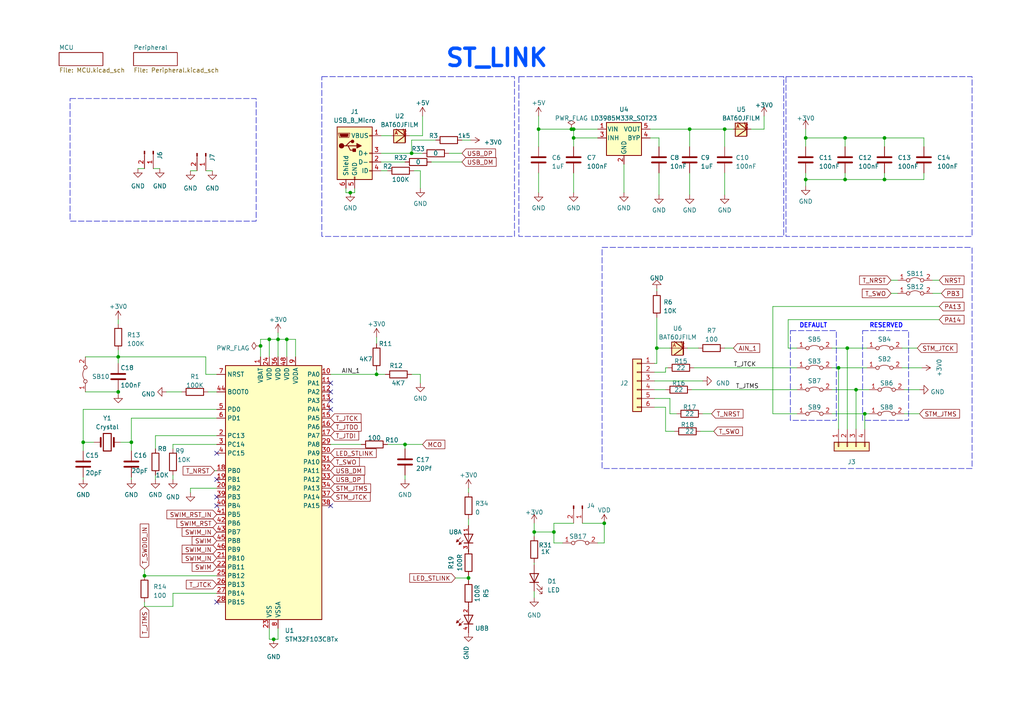
<source format=kicad_sch>
(kicad_sch (version 20230121) (generator eeschema)
  (paper "A4")
  (lib_symbols
    (symbol "150141RB73100:150141RB73100" (pin_names (offset 1.016))
      (property "Reference" "U" (at 3.556 -4.572 90))
      (property "Value" "150141RB73100" (at 5.715 -4.572 90))
      (symbol "150141RB73100_1_0"
        (pin passive line (at 0 2.54 270) (length 2.54) (name "~") (number "1"))
        (pin passive line (at 0 -5.08 90) (length 2.54) (name "~") (number "3"))
      )
      (symbol "150141RB73100_2_0"
        (pin passive line (at 0 2.54 270) (length 2.54) (name "~") (number "2"))
        (pin passive line (at 0 -5.08 90) (length 2.54) (name "~") (number "4"))
      )
    )
    (symbol "BAT60JFILM:BAT60JFILM" (pin_names (offset 1.016))
      (property "Reference" "U" (at -2.9464 2.6416 0))
      (property "Value" "BAT60JFILM" (at -4.4704 -4.4958 0))
      (symbol "BAT60JFILM_0_0"
        (pin passive line (at -2.54 0 0) (length 2.54) (name "~") (number "A"))
        (pin passive line (at 2.54 0 180) (length 2.54) (name "~") (number "C"))
      )
    )
    (symbol "Connector:Conn_01x02_Pin" (pin_names (offset 1.016) hide)
      (property "Reference" "J" (at 0 2.54 0))
      (property "Value" "Conn_01x02_Pin" (at 0 -5.08 0))
      (symbol "Conn_01x02_Pin_1_1"
        (pin passive line (at 5.08 0 180) (length 3.81) (name "Pin_1") (number "1"))
        (pin passive line (at 5.08 -2.54 180) (length 3.81) (name "Pin_2") (number "2"))
      )
    )
    (symbol "Connector:USB_B_Micro" (pin_names (offset 1.016))
      (property "Reference" "J" (at -5.08 11.43 0))
      (property "Value" "USB_B_Micro" (at -5.08 8.89 0))
      (symbol "USB_B_Micro_1_1"
        (pin power_out line (at 7.62 5.08 180) (length 2.54) (name "VBUS") (number "1"))
        (pin bidirectional line (at 7.62 -2.54 180) (length 2.54) (name "D-") (number "2"))
        (pin bidirectional line (at 7.62 0 180) (length 2.54) (name "D+") (number "3"))
        (pin passive line (at 7.62 -5.08 180) (length 2.54) (name "ID") (number "4"))
        (pin power_out line (at 0 -10.16 90) (length 2.54) (name "GND") (number "5"))
        (pin passive line (at -2.54 -10.16 90) (length 2.54) (name "Shield") (number "6"))
      )
    )
    (symbol "Connector_Generic:Conn_01x04" (pin_names (offset 1.016) hide)
      (property "Reference" "J" (at 0 5.08 0))
      (property "Value" "Conn_01x04" (at 0 -7.62 0))
      (symbol "Conn_01x04_1_1"
        (pin passive line (at -5.08 2.54 0) (length 3.81) (name "Pin_1") (number "1"))
        (pin passive line (at -5.08 0 0) (length 3.81) (name "Pin_2") (number "2"))
        (pin passive line (at -5.08 -2.54 0) (length 3.81) (name "Pin_3") (number "3"))
        (pin passive line (at -5.08 -5.08 0) (length 3.81) (name "Pin_4") (number "4"))
      )
    )
    (symbol "Connector_Generic:Conn_01x06" (pin_names (offset 1.016) hide)
      (property "Reference" "J" (at 0 7.62 0))
      (property "Value" "Conn_01x06" (at 0 -10.16 0))
      (symbol "Conn_01x06_1_1"
        (pin passive line (at -5.08 5.08 0) (length 3.81) (name "Pin_1") (number "1"))
        (pin passive line (at -5.08 2.54 0) (length 3.81) (name "Pin_2") (number "2"))
        (pin passive line (at -5.08 0 0) (length 3.81) (name "Pin_3") (number "3"))
        (pin passive line (at -5.08 -2.54 0) (length 3.81) (name "Pin_4") (number "4"))
        (pin passive line (at -5.08 -5.08 0) (length 3.81) (name "Pin_5") (number "5"))
        (pin passive line (at -5.08 -7.62 0) (length 3.81) (name "Pin_6") (number "6"))
      )
    )
    (symbol "Device:C" (pin_numbers hide) (pin_names (offset 0.254))
      (property "Reference" "C" (at 0.635 2.54 0))
      (property "Value" "C" (at 0.635 -2.54 0))
      (symbol "C_1_1"
        (pin passive line (at 0 3.81 270) (length 2.794) (name "~") (number "1"))
        (pin passive line (at 0 -3.81 90) (length 2.794) (name "~") (number "2"))
      )
    )
    (symbol "Device:Crystal" (pin_numbers hide) (pin_names (offset 1.016) hide)
      (property "Reference" "Y" (at 0 3.81 0))
      (property "Value" "Crystal" (at 0 -3.81 0))
      (symbol "Crystal_1_1"
        (pin passive line (at -3.81 0 0) (length 1.27) (name "1") (number "1"))
        (pin passive line (at 3.81 0 180) (length 1.27) (name "2") (number "2"))
      )
    )
    (symbol "Device:LED" (pin_numbers hide) (pin_names (offset 1.016) hide)
      (property "Reference" "D" (at 0 2.54 0))
      (property "Value" "LED" (at 0 -2.54 0))
      (symbol "LED_1_1"
        (pin passive line (at -3.81 0 0) (length 2.54) (name "K") (number "1"))
        (pin passive line (at 3.81 0 180) (length 2.54) (name "A") (number "2"))
      )
    )
    (symbol "Device:R" (pin_numbers hide) (pin_names (offset 0))
      (property "Reference" "R" (at 2.032 0 90))
      (property "Value" "R" (at 0 0 90))
      (symbol "R_1_1"
        (pin passive line (at 0 3.81 270) (length 1.27) (name "~") (number "1"))
        (pin passive line (at 0 -3.81 90) (length 1.27) (name "~") (number "2"))
      )
    )
    (symbol "Jumper:Jumper_2_Bridged" (pin_names (offset 0) hide)
      (property "Reference" "JP" (at 0 1.905 0))
      (property "Value" "Jumper_2_Bridged" (at 0 -2.54 0))
      (symbol "Jumper_2_Bridged_1_1"
        (pin passive line (at -5.08 0 0) (length 2.54) (name "A") (number "1"))
        (pin passive line (at 5.08 0 180) (length 2.54) (name "B") (number "2"))
      )
    )
    (symbol "MCU_ST_STM32F1:STM32F103CBTx"
      (property "Reference" "U" (at -12.7 39.37 0))
      (property "Value" "STM32F103CBTx" (at 10.16 39.37 0))
      (symbol "STM32F103CBTx_1_1"
        (pin power_in line (at -2.54 40.64 270) (length 2.54) (name "VBAT") (number "1"))
        (pin bidirectional line (at 17.78 35.56 180) (length 2.54) (name "PA0") (number "10"))
        (pin bidirectional line (at 17.78 33.02 180) (length 2.54) (name "PA1") (number "11"))
        (pin bidirectional line (at 17.78 30.48 180) (length 2.54) (name "PA2") (number "12"))
        (pin bidirectional line (at 17.78 27.94 180) (length 2.54) (name "PA3") (number "13"))
        (pin bidirectional line (at 17.78 25.4 180) (length 2.54) (name "PA4") (number "14"))
        (pin bidirectional line (at 17.78 22.86 180) (length 2.54) (name "PA5") (number "15"))
        (pin bidirectional line (at 17.78 20.32 180) (length 2.54) (name "PA6") (number "16"))
        (pin bidirectional line (at 17.78 17.78 180) (length 2.54) (name "PA7") (number "17"))
        (pin bidirectional line (at -15.24 7.62 0) (length 2.54) (name "PB0") (number "18"))
        (pin bidirectional line (at -15.24 5.08 0) (length 2.54) (name "PB1") (number "19"))
        (pin bidirectional line (at -15.24 17.78 0) (length 2.54) (name "PC13") (number "2"))
        (pin bidirectional line (at -15.24 2.54 0) (length 2.54) (name "PB2") (number "20"))
        (pin bidirectional line (at -15.24 -17.78 0) (length 2.54) (name "PB10") (number "21"))
        (pin bidirectional line (at -15.24 -20.32 0) (length 2.54) (name "PB11") (number "22"))
        (pin power_in line (at 0 -38.1 90) (length 2.54) (name "VSS") (number "23"))
        (pin power_in line (at 0 40.64 270) (length 2.54) (name "VDD") (number "24"))
        (pin bidirectional line (at -15.24 -22.86 0) (length 2.54) (name "PB12") (number "25"))
        (pin bidirectional line (at -15.24 -25.4 0) (length 2.54) (name "PB13") (number "26"))
        (pin bidirectional line (at -15.24 -27.94 0) (length 2.54) (name "PB14") (number "27"))
        (pin bidirectional line (at -15.24 -30.48 0) (length 2.54) (name "PB15") (number "28"))
        (pin bidirectional line (at 17.78 15.24 180) (length 2.54) (name "PA8") (number "29"))
        (pin bidirectional line (at -15.24 15.24 0) (length 2.54) (name "PC14") (number "3"))
        (pin bidirectional line (at 17.78 12.7 180) (length 2.54) (name "PA9") (number "30"))
        (pin bidirectional line (at 17.78 10.16 180) (length 2.54) (name "PA10") (number "31"))
        (pin bidirectional line (at 17.78 7.62 180) (length 2.54) (name "PA11") (number "32"))
        (pin bidirectional line (at 17.78 5.08 180) (length 2.54) (name "PA12") (number "33"))
        (pin bidirectional line (at 17.78 2.54 180) (length 2.54) (name "PA13") (number "34"))
        (pin passive line (at 0 -38.1 90) (length 2.54) hide (name "VSS") (number "35"))
        (pin power_in line (at 2.54 40.64 270) (length 2.54) (name "VDD") (number "36"))
        (pin bidirectional line (at 17.78 0 180) (length 2.54) (name "PA14") (number "37"))
        (pin bidirectional line (at 17.78 -2.54 180) (length 2.54) (name "PA15") (number "38"))
        (pin bidirectional line (at -15.24 0 0) (length 2.54) (name "PB3") (number "39"))
        (pin bidirectional line (at -15.24 12.7 0) (length 2.54) (name "PC15") (number "4"))
        (pin bidirectional line (at -15.24 -2.54 0) (length 2.54) (name "PB4") (number "40"))
        (pin bidirectional line (at -15.24 -5.08 0) (length 2.54) (name "PB5") (number "41"))
        (pin bidirectional line (at -15.24 -7.62 0) (length 2.54) (name "PB6") (number "42"))
        (pin bidirectional line (at -15.24 -10.16 0) (length 2.54) (name "PB7") (number "43"))
        (pin input line (at -15.24 30.48 0) (length 2.54) (name "BOOT0") (number "44"))
        (pin bidirectional line (at -15.24 -12.7 0) (length 2.54) (name "PB8") (number "45"))
        (pin bidirectional line (at -15.24 -15.24 0) (length 2.54) (name "PB9") (number "46"))
        (pin passive line (at 0 -38.1 90) (length 2.54) hide (name "VSS") (number "47"))
        (pin power_in line (at 5.08 40.64 270) (length 2.54) (name "VDD") (number "48"))
        (pin bidirectional line (at -15.24 25.4 0) (length 2.54) (name "PD0") (number "5"))
        (pin bidirectional line (at -15.24 22.86 0) (length 2.54) (name "PD1") (number "6"))
        (pin input line (at -15.24 35.56 0) (length 2.54) (name "NRST") (number "7"))
        (pin power_in line (at 2.54 -38.1 90) (length 2.54) (name "VSSA") (number "8"))
        (pin power_in line (at 7.62 40.64 270) (length 2.54) (name "VDDA") (number "9"))
      )
    )
    (symbol "Regulator_Linear:LD3985M33R_SOT23" (pin_names (offset 0.254))
      (property "Reference" "U" (at -3.81 5.715 0))
      (property "Value" "LD3985M33R_SOT23" (at 0 5.715 0))
      (symbol "LD3985M33R_SOT23_1_1"
        (pin power_in line (at -7.62 2.54 0) (length 2.54) (name "VIN") (number "1"))
        (pin power_in line (at 0 -7.62 90) (length 2.54) (name "GND") (number "2"))
        (pin input line (at -7.62 0 0) (length 2.54) (name "INH") (number "3"))
        (pin input line (at 7.62 0 180) (length 2.54) (name "BYP") (number "4"))
        (pin power_out line (at 7.62 2.54 180) (length 2.54) (name "VOUT") (number "5"))
      )
    )
    (symbol "power:+3V0" (power) (pin_names (offset 0))
      (property "Value" "+3V0" (at 0 3.556 0))
      (symbol "+3V0_1_1"
        (pin power_in line (at 0 0 90) (length 0) hide (name "+3V0") (number "1"))
      )
    )
    (symbol "power:+5V" (power) (pin_names (offset 0))
      (property "Value" "+5V" (at 0 3.556 0))
      (symbol "+5V_1_1"
        (pin power_in line (at 0 0 90) (length 0) hide (name "+5V") (number "1"))
      )
    )
    (symbol "power:GND" (power) (pin_names (offset 0))
      (property "Value" "GND" (at 0 -3.81 0))
      (symbol "GND_1_1"
        (pin power_in line (at 0 0 270) (length 0) hide (name "GND") (number "1"))
      )
    )
    (symbol "power:PWR_FLAG" (power) (pin_numbers hide) (pin_names (offset 0) hide)
      (property "Value" "PWR_FLAG" (at 0 3.81 0))
      (symbol "PWR_FLAG_0_0"
        (pin power_out line (at 0 0 90) (length 0) (name "pwr") (number "1"))
      )
    )
    (symbol "power:VDD" (power) (pin_names (offset 0))
      (property "Value" "VDD" (at 0 3.81 0))
      (symbol "VDD_1_1"
        (pin power_in line (at 0 0 90) (length 0) hide (name "VDD") (number "1"))
      )
    )
  )
  (junction (at 256.54 40.005))
  (junction (at 210.185 37.465))
  (junction (at 256.54 52.07))
  (junction (at 160.655 154.305))
  (junction (at 166.37 37.465))
  (junction (at 41.91 167.005))
  (junction (at 83.185 98.425))
  (junction (at 34.29 113.665))
  (junction (at 119.38 44.45))
  (junction (at 200.025 37.465))
  (junction (at 250.825 120.015))
  (junction (at 75.565 100.33))
  (junction (at 154.94 154.305))
  (junction (at 233.68 40.005))
  (junction (at 79.375 185.42))
  (junction (at 109.22 108.585))
  (junction (at 190.5 100.965))
  (junction (at 248.285 113.03))
  (junction (at 165.735 37.465))
  (junction (at 175.26 151.765))
  (junction (at 233.68 52.07))
  (junction (at 38.1 128.27))
  (junction (at 245.11 40.005))
  (junction (at 245.11 52.07))
  (junction (at 245.745 100.965))
  (junction (at 166.37 40.005))
  (junction (at 117.475 128.905))
  (junction (at 135.89 167.64))
  (junction (at 24.13 128.27))
  (junction (at 156.21 37.465))
  (junction (at 80.645 98.425))
  (junction (at 78.105 98.425))
  (junction (at 34.29 103.505))
  (junction (at 243.205 106.68))
  (junction (at 101.6 55.88))
  (no_connect (at 95.885 146.685))
  (no_connect (at 95.885 113.665))
  (no_connect (at 95.885 116.205))
  (no_connect (at 95.885 111.125))
  (no_connect (at 62.865 146.685))
  (no_connect (at 62.865 174.625))
  (no_connect (at 62.865 131.445))
  (no_connect (at 62.865 139.065))
  (no_connect (at 62.865 144.145))
  (no_connect (at 95.885 118.745))
  (wire (pts (xy 210.185 37.465) (xy 210.185 42.545)))
  (wire (pts (xy 256.54 52.07) (xy 245.11 52.07)))
  (wire (pts (xy 267.97 52.07) (xy 256.54 52.07)))
  (wire (pts (xy 154.94 154.305) (xy 154.94 151.765)))
  (wire (pts (xy 258.445 85.09) (xy 260.35 85.09)))
  (wire (pts (xy 189.865 113.03) (xy 193.04 113.03)))
  (wire (pts (xy 228.6 100.965) (xy 231.14 100.965)))
  (wire (pts (xy 193.04 106.68) (xy 193.04 107.95)))
  (wire (pts (xy 45.085 126.365) (xy 45.085 130.175)))
  (wire (pts (xy 110.49 46.99) (xy 117.475 46.99)))
  (wire (pts (xy 256.54 40.005) (xy 256.54 42.545)))
  (wire (pts (xy 24.13 118.745) (xy 24.13 128.27)))
  (wire (pts (xy 135.89 150.495) (xy 135.89 152.4)))
  (wire (pts (xy 117.475 137.795) (xy 117.475 139.065)))
  (wire (pts (xy 200.025 50.165) (xy 200.025 56.515)))
  (wire (pts (xy 34.29 103.505) (xy 59.69 103.505)))
  (wire (pts (xy 102.87 54.61) (xy 102.87 55.88)))
  (wire (pts (xy 193.04 107.95) (xy 189.865 107.95)))
  (wire (pts (xy 34.29 103.505) (xy 34.29 105.41)))
  (wire (pts (xy 160.655 157.48) (xy 163.195 157.48)))
  (wire (pts (xy 233.68 37.465) (xy 233.68 40.005)))
  (wire (pts (xy 245.11 52.07) (xy 233.68 52.07)))
  (wire (pts (xy 160.655 154.305) (xy 160.655 157.48)))
  (wire (pts (xy 121.92 49.53) (xy 121.92 54.61)))
  (wire (pts (xy 34.29 113.03) (xy 34.29 113.665)))
  (wire (pts (xy 78.105 98.425) (xy 80.645 98.425)))
  (wire (pts (xy 34.29 101.6) (xy 34.29 103.505)))
  (wire (pts (xy 200.66 113.03) (xy 231.14 113.03)))
  (wire (pts (xy 190.5 100.965) (xy 190.5 105.41)))
  (wire (pts (xy 160.655 151.765) (xy 160.655 154.305)))
  (wire (pts (xy 166.37 40.005) (xy 166.37 42.545)))
  (wire (pts (xy 110.49 44.45) (xy 119.38 44.45)))
  (wire (pts (xy 62.865 141.605) (xy 55.245 141.605)))
  (wire (pts (xy 75.565 98.425) (xy 78.105 98.425)))
  (wire (pts (xy 166.37 50.165) (xy 166.37 55.88)))
  (wire (pts (xy 256.54 50.165) (xy 256.54 52.07)))
  (wire (pts (xy 188.595 40.005) (xy 191.135 40.005)))
  (wire (pts (xy 24.13 138.43) (xy 24.13 139.065)))
  (wire (pts (xy 233.68 40.005) (xy 233.68 42.545)))
  (wire (pts (xy 267.97 40.005) (xy 256.54 40.005)))
  (wire (pts (xy 252.095 113.03) (xy 248.285 113.03)))
  (wire (pts (xy 166.37 37.465) (xy 165.735 37.465)))
  (wire (pts (xy 59.69 103.505) (xy 59.69 108.585)))
  (wire (pts (xy 245.11 40.005) (xy 233.68 40.005)))
  (wire (pts (xy 200.025 37.465) (xy 200.025 42.545)))
  (wire (pts (xy 160.655 151.765) (xy 166.37 151.765)))
  (wire (pts (xy 125.095 46.99) (xy 133.985 46.99)))
  (wire (pts (xy 40.005 48.895) (xy 41.91 48.895)))
  (wire (pts (xy 154.94 154.305) (xy 160.655 154.305)))
  (wire (pts (xy 270.51 81.28) (xy 272.415 81.28)))
  (wire (pts (xy 267.335 106.68) (xy 261.62 106.68)))
  (wire (pts (xy 102.87 55.88) (xy 101.6 55.88)))
  (wire (pts (xy 243.205 106.68) (xy 251.46 106.68)))
  (wire (pts (xy 78.105 185.42) (xy 79.375 185.42)))
  (wire (pts (xy 233.68 50.165) (xy 233.68 52.07)))
  (wire (pts (xy 117.475 128.905) (xy 122.555 128.905)))
  (wire (pts (xy 210.185 100.965) (xy 212.725 100.965)))
  (wire (pts (xy 50.165 137.795) (xy 50.165 139.065)))
  (wire (pts (xy 201.295 106.68) (xy 231.14 106.68)))
  (wire (pts (xy 109.22 97.79) (xy 109.22 99.695)))
  (wire (pts (xy 110.49 49.53) (xy 112.395 49.53)))
  (wire (pts (xy 154.94 154.305) (xy 154.94 155.575)))
  (wire (pts (xy 156.21 50.165) (xy 156.21 55.88)))
  (wire (pts (xy 194.31 120.015) (xy 196.215 120.015)))
  (wire (pts (xy 248.285 113.03) (xy 248.285 124.46)))
  (wire (pts (xy 34.29 92.71) (xy 34.29 93.98)))
  (wire (pts (xy 188.595 37.465) (xy 200.025 37.465)))
  (wire (pts (xy 245.745 124.46) (xy 245.745 100.965)))
  (wire (pts (xy 24.765 113.665) (xy 34.29 113.665)))
  (wire (pts (xy 135.89 141.605) (xy 135.89 142.875)))
  (wire (pts (xy 267.97 50.165) (xy 267.97 52.07)))
  (wire (pts (xy 45.085 137.795) (xy 45.085 139.065)))
  (wire (pts (xy 95.885 108.585) (xy 109.22 108.585)))
  (wire (pts (xy 78.105 103.505) (xy 78.105 98.425)))
  (wire (pts (xy 85.725 98.425) (xy 83.185 98.425)))
  (wire (pts (xy 224.155 88.9) (xy 224.155 120.015)))
  (wire (pts (xy 233.68 52.07) (xy 233.68 53.975)))
  (wire (pts (xy 191.135 50.165) (xy 191.135 56.515)))
  (wire (pts (xy 175.26 157.48) (xy 173.355 157.48)))
  (wire (pts (xy 118.745 39.37) (xy 122.555 39.37)))
  (wire (pts (xy 109.22 107.315) (xy 109.22 108.585)))
  (wire (pts (xy 133.985 40.64) (xy 136.525 40.64)))
  (wire (pts (xy 262.255 120.015) (xy 266.7 120.015)))
  (wire (pts (xy 83.185 98.425) (xy 80.645 98.425)))
  (wire (pts (xy 190.5 83.82) (xy 190.5 84.455)))
  (wire (pts (xy 272.415 88.9) (xy 224.155 88.9)))
  (wire (pts (xy 250.825 120.015) (xy 252.095 120.015)))
  (wire (pts (xy 126.365 40.64) (xy 119.38 40.64)))
  (wire (pts (xy 154.94 163.195) (xy 154.94 163.83)))
  (wire (pts (xy 50.165 172.085) (xy 50.165 175.895)))
  (wire (pts (xy 119.38 44.45) (xy 122.555 44.45)))
  (wire (pts (xy 119.38 40.64) (xy 119.38 44.45)))
  (wire (pts (xy 80.645 96.52) (xy 80.645 98.425)))
  (wire (pts (xy 203.2 125.095) (xy 207.01 125.095)))
  (wire (pts (xy 262.255 113.03) (xy 266.7 113.03)))
  (wire (pts (xy 166.37 37.465) (xy 166.37 40.005)))
  (wire (pts (xy 221.615 37.465) (xy 217.805 37.465)))
  (wire (pts (xy 41.91 167.005) (xy 62.865 167.005)))
  (wire (pts (xy 224.155 120.015) (xy 231.14 120.015)))
  (wire (pts (xy 135.89 159.385) (xy 135.89 160.02)))
  (wire (pts (xy 221.615 33.655) (xy 221.615 37.465)))
  (wire (pts (xy 130.175 44.45) (xy 133.985 44.45)))
  (wire (pts (xy 241.3 106.68) (xy 243.205 106.68)))
  (wire (pts (xy 78.105 182.245) (xy 78.105 185.42)))
  (wire (pts (xy 45.085 126.365) (xy 62.865 126.365)))
  (wire (pts (xy 180.975 47.625) (xy 180.975 55.88)))
  (wire (pts (xy 156.21 33.655) (xy 156.21 37.465)))
  (wire (pts (xy 50.165 128.905) (xy 50.165 130.175)))
  (wire (pts (xy 248.285 113.03) (xy 241.3 113.03)))
  (wire (pts (xy 48.26 113.665) (xy 52.705 113.665)))
  (wire (pts (xy 156.21 37.465) (xy 156.21 42.545)))
  (wire (pts (xy 60.325 113.665) (xy 62.865 113.665)))
  (wire (pts (xy 193.04 125.095) (xy 195.58 125.095)))
  (wire (pts (xy 258.445 81.28) (xy 260.35 81.28)))
  (wire (pts (xy 109.22 108.585) (xy 111.76 108.585)))
  (wire (pts (xy 194.31 120.015) (xy 194.31 115.57)))
  (wire (pts (xy 245.745 100.965) (xy 251.46 100.965)))
  (wire (pts (xy 189.865 110.49) (xy 203.835 110.49)))
  (wire (pts (xy 228.6 92.71) (xy 228.6 100.965)))
  (wire (pts (xy 241.3 100.965) (xy 245.745 100.965)))
  (wire (pts (xy 250.825 120.015) (xy 250.825 124.46)))
  (wire (pts (xy 55.245 141.605) (xy 55.245 142.875)))
  (wire (pts (xy 100.33 55.88) (xy 101.6 55.88)))
  (wire (pts (xy 168.91 151.765) (xy 175.26 151.765)))
  (wire (pts (xy 62.865 172.085) (xy 50.165 172.085)))
  (wire (pts (xy 199.39 100.965) (xy 202.565 100.965)))
  (wire (pts (xy 191.135 40.005) (xy 191.135 42.545)))
  (wire (pts (xy 270.51 85.09) (xy 273.05 85.09)))
  (wire (pts (xy 55.245 49.53) (xy 57.15 49.53)))
  (wire (pts (xy 38.1 138.43) (xy 38.1 139.065)))
  (wire (pts (xy 34.925 128.27) (xy 38.1 128.27)))
  (wire (pts (xy 135.89 167.005) (xy 135.89 167.64)))
  (wire (pts (xy 245.11 40.005) (xy 245.11 42.545)))
  (wire (pts (xy 200.025 37.465) (xy 210.185 37.465)))
  (wire (pts (xy 120.015 49.53) (xy 121.92 49.53)))
  (wire (pts (xy 175.26 151.765) (xy 175.26 157.48)))
  (wire (pts (xy 80.645 182.245) (xy 80.645 185.42)))
  (wire (pts (xy 190.5 92.075) (xy 190.5 100.965)))
  (wire (pts (xy 83.185 98.425) (xy 83.185 103.505)))
  (wire (pts (xy 165.735 37.465) (xy 156.21 37.465)))
  (wire (pts (xy 38.1 121.285) (xy 38.1 128.27)))
  (wire (pts (xy 190.5 100.965) (xy 194.31 100.965)))
  (wire (pts (xy 41.91 175.895) (xy 41.91 174.625)))
  (wire (pts (xy 59.69 108.585) (xy 62.865 108.585)))
  (wire (pts (xy 50.165 128.905) (xy 62.865 128.905)))
  (wire (pts (xy 50.165 175.895) (xy 41.91 175.895)))
  (wire (pts (xy 194.31 115.57) (xy 189.865 115.57)))
  (wire (pts (xy 62.865 118.745) (xy 24.13 118.745)))
  (wire (pts (xy 117.475 130.175) (xy 117.475 128.905)))
  (wire (pts (xy 272.415 92.71) (xy 228.6 92.71)))
  (wire (pts (xy 241.3 120.015) (xy 250.825 120.015)))
  (wire (pts (xy 80.645 98.425) (xy 80.645 103.505)))
  (wire (pts (xy 62.865 121.285) (xy 38.1 121.285)))
  (wire (pts (xy 122.555 33.655) (xy 122.555 39.37)))
  (wire (pts (xy 193.04 118.11) (xy 189.865 118.11)))
  (wire (pts (xy 203.835 120.015) (xy 206.375 120.015)))
  (wire (pts (xy 24.13 130.81) (xy 24.13 128.27)))
  (wire (pts (xy 190.5 105.41) (xy 189.865 105.41)))
  (wire (pts (xy 62.23 136.525) (xy 62.865 136.525)))
  (wire (pts (xy 110.49 39.37) (xy 113.665 39.37)))
  (wire (pts (xy 75.565 103.505) (xy 75.565 100.33)))
  (wire (pts (xy 38.1 128.27) (xy 38.1 130.81)))
  (wire (pts (xy 173.355 37.465) (xy 166.37 37.465)))
  (wire (pts (xy 256.54 40.005) (xy 245.11 40.005)))
  (wire (pts (xy 243.205 124.46) (xy 243.205 106.68)))
  (wire (pts (xy 95.885 128.905) (xy 104.775 128.905)))
  (wire (pts (xy 24.765 103.505) (xy 34.29 103.505)))
  (wire (pts (xy 80.645 185.42) (xy 79.375 185.42)))
  (wire (pts (xy 267.97 42.545) (xy 267.97 40.005)))
  (wire (pts (xy 135.89 167.64) (xy 135.89 168.275)))
  (wire (pts (xy 210.185 37.465) (xy 212.725 37.465)))
  (wire (pts (xy 61.595 49.53) (xy 59.69 49.53)))
  (wire (pts (xy 24.13 128.27) (xy 27.305 128.27)))
  (wire (pts (xy 121.92 108.585) (xy 119.38 108.585)))
  (wire (pts (xy 121.92 111.125) (xy 121.92 108.585)))
  (wire (pts (xy 41.91 165.1) (xy 41.91 167.005)))
  (wire (pts (xy 210.185 50.165) (xy 210.185 56.515)))
  (wire (pts (xy 193.04 125.095) (xy 193.04 118.11)))
  (wire (pts (xy 46.355 48.895) (xy 44.45 48.895)))
  (wire (pts (xy 154.94 171.45) (xy 154.94 173.355)))
  (wire (pts (xy 193.04 106.68) (xy 193.675 106.68)))
  (wire (pts (xy 85.725 103.505) (xy 85.725 98.425)))
  (wire (pts (xy 132.08 167.64) (xy 135.89 167.64)))
  (wire (pts (xy 100.33 54.61) (xy 100.33 55.88)))
  (wire (pts (xy 34.29 113.665) (xy 34.29 114.3)))
  (wire (pts (xy 261.62 100.965) (xy 266.065 100.965)))
  (wire (pts (xy 75.565 100.33) (xy 75.565 98.425)))
  (wire (pts (xy 245.11 50.165) (xy 245.11 52.07)))
  (wire (pts (xy 117.475 128.905) (xy 112.395 128.905)))
  (wire (pts (xy 173.355 40.005) (xy 166.37 40.005)))
  (rectangle (start 20.32 28.575) (end 74.295 64.135) (stroke (width 0) (type dash)))
  (rectangle (start 174.625 71.755) (end 281.94 135.89) (stroke (width 0) (type dash)))
  (rectangle (start 150.495 22.225) (end 227.33 68.58) (stroke (width 0) (type dash)))
  (rectangle (start 93.345 22.225) (end 149.225 68.58) (stroke (width 0) (type dash)))
  (rectangle (start 250.19 95.885) (end 263.525 121.92) (stroke (width 0) (type dash)))
  (rectangle (start 227.965 22.225) (end 281.94 68.58) (stroke (width 0) (type dash)))
  (rectangle (start 229.235 95.885) (end 242.57 121.92) (stroke (width 0) (type dash)))
  (text "DEFAULT\n" (at 231.775 95.25 0) (effects (font (size 1.27 1.27) (thickness 0.254) bold) (justify left bottom)))
  (text "ST_LINK\n\n" (at 128.905 27.94 0) (effects (font (size 5 5) (thickness 1) bold) (justify left bottom)))
  (text "RESERVED\n" (at 252.095 95.25 0) (effects (font (size 1.27 1.27) (thickness 0.254) bold) (justify left bottom)))
  (label "T_JTCK" (at 212.725 106.68 0))
  (label "AIN_1" (at 99.06 108.585 0))
  (label "T_JTMS" (at 213.36 113.03 0))
  (global_label "PA13" (shape input) (at 272.415 88.9 0) (property "Intersheetrefs" "${INTERSHEET_REFS}" (effects hide)))
  (global_label "SWIM_RST" (shape input) (at 62.865 151.765 180) (property "Intersheetrefs" "${INTERSHEET_REFS}" (effects hide)))
  (global_label "SWIM_RST_IN" (shape input) (at 62.865 149.225 180) (property "Intersheetrefs" "${INTERSHEET_REFS}" (effects hide)))
  (global_label "USB_DP" (shape input) (at 133.985 44.45 0) (property "Intersheetrefs" "${INTERSHEET_REFS}" (effects hide)))
  (global_label "T_SWDIO_IN" (shape input) (at 41.91 165.1 90) (property "Intersheetrefs" "${INTERSHEET_REFS}" (effects hide)))
  (global_label "T_NRST" (shape input) (at 206.375 120.015 0) (property "Intersheetrefs" "${INTERSHEET_REFS}" (effects hide)))
  (global_label "LED_STLINK" (shape input) (at 132.08 167.64 180) (property "Intersheetrefs" "${INTERSHEET_REFS}" (effects hide)))
  (global_label "SWIM_IN" (shape input) (at 62.865 161.925 180) (property "Intersheetrefs" "${INTERSHEET_REFS}" (effects hide)))
  (global_label "T_JTDI" (shape input) (at 95.885 126.365 0) (property "Intersheetrefs" "${INTERSHEET_REFS}" (effects hide)))
  (global_label "LED_STLINK" (shape input) (at 95.885 131.445 0) (property "Intersheetrefs" "${INTERSHEET_REFS}" (effects hide)))
  (global_label "STM_JTCK" (shape input) (at 95.885 144.145 0) (property "Intersheetrefs" "${INTERSHEET_REFS}" (effects hide)))
  (global_label "SWIM_IN" (shape input) (at 62.865 159.385 180) (property "Intersheetrefs" "${INTERSHEET_REFS}" (effects hide)))
  (global_label "MCO" (shape input) (at 122.555 128.905 0) (property "Intersheetrefs" "${INTERSHEET_REFS}" (effects hide)))
  (global_label "STM_JTCK" (shape input) (at 266.065 100.965 0) (property "Intersheetrefs" "${INTERSHEET_REFS}" (effects hide)))
  (global_label "T_JTMS" (shape input) (at 41.91 175.895 270) (property "Intersheetrefs" "${INTERSHEET_REFS}" (effects hide)))
  (global_label "T_SWO" (shape input) (at 95.885 133.985 0) (property "Intersheetrefs" "${INTERSHEET_REFS}" (effects hide)))
  (global_label "NRST" (shape input) (at 272.415 81.28 0) (property "Intersheetrefs" "${INTERSHEET_REFS}" (effects hide)))
  (global_label "T_JTCK" (shape input) (at 62.865 169.545 180) (property "Intersheetrefs" "${INTERSHEET_REFS}" (effects hide)))
  (global_label "STM_JTMS" (shape input) (at 266.7 120.015 0) (property "Intersheetrefs" "${INTERSHEET_REFS}" (effects hide)))
  (global_label "T_JTDO" (shape input) (at 95.885 123.825 0) (property "Intersheetrefs" "${INTERSHEET_REFS}" (effects hide)))
  (global_label "T_SWO" (shape input) (at 258.445 85.09 180) (property "Intersheetrefs" "${INTERSHEET_REFS}" (effects hide)))
  (global_label "STM_JTMS" (shape input) (at 95.885 141.605 0) (property "Intersheetrefs" "${INTERSHEET_REFS}" (effects hide)))
  (global_label "SWIM" (shape input) (at 62.865 164.465 180) (property "Intersheetrefs" "${INTERSHEET_REFS}" (effects hide)))
  (global_label "T_JTCK" (shape input) (at 95.885 121.285 0) (property "Intersheetrefs" "${INTERSHEET_REFS}" (effects hide)))
  (global_label "AIN_1" (shape input) (at 212.725 100.965 0) (property "Intersheetrefs" "${INTERSHEET_REFS}" (effects hide)))
  (global_label "PB3" (shape input) (at 273.05 85.09 0) (property "Intersheetrefs" "${INTERSHEET_REFS}" (effects hide)))
  (global_label "USB_DM" (shape input) (at 133.985 46.99 0) (property "Intersheetrefs" "${INTERSHEET_REFS}" (effects hide)))
  (global_label "SWIM" (shape input) (at 62.865 156.845 180) (property "Intersheetrefs" "${INTERSHEET_REFS}" (effects hide)))
  (global_label "T_SWO" (shape input) (at 207.01 125.095 0) (property "Intersheetrefs" "${INTERSHEET_REFS}" (effects hide)))
  (global_label "USB_DM" (shape input) (at 95.885 136.525 0) (property "Intersheetrefs" "${INTERSHEET_REFS}" (effects hide)))
  (global_label "PA14" (shape input) (at 272.415 92.71 0) (property "Intersheetrefs" "${INTERSHEET_REFS}" (effects hide)))
  (global_label "SWIM_IN" (shape input) (at 62.865 154.305 180) (property "Intersheetrefs" "${INTERSHEET_REFS}" (effects hide)))
  (global_label "T_NRST" (shape input) (at 62.23 136.525 180) (property "Intersheetrefs" "${INTERSHEET_REFS}" (effects hide)))
  (global_label "T_NRST" (shape input) (at 258.445 81.28 180) (property "Intersheetrefs" "${INTERSHEET_REFS}" (effects hide)))
  (global_label "USB_DP" (shape input) (at 95.885 139.065 0) (property "Intersheetrefs" "${INTERSHEET_REFS}" (effects hide)))
  (symbol (lib_id "power:GND") (at 38.1 139.065 0) (unit 1)
    (property "Reference" "#PWR032" (effects hide))
    (property "Value" "GND" (at 38.1 143.51 0))
  )
  (symbol (lib_id "Device:R") (at 130.175 40.64 90) (unit 1)
    (property "Reference" "R3" (at 125.73 39.37 90))
    (property "Value" "1k5" (at 134.62 39.37 90))
    (property "Footprint" "Resistor_SMD:R_0603_1608Metric" (effects hide))
  )
  (symbol (lib_id "power:+3V0") (at 233.68 37.465 0) (unit 1)
    (property "Reference" "#PWR025" (effects hide))
    (property "Value" "+3V0" (at 233.68 34.29 0))
  )
  (symbol (lib_id "power:GND") (at 55.245 142.875 0) (unit 1)
    (property "Reference" "#PWR033" (effects hide))
    (property "Value" "GND" (effects hide))
  )
  (symbol (lib_id "Regulator_Linear:LD3985M33R_SOT23") (at 180.975 40.005 0) (unit 1)
    (property "Reference" "U4" (at 180.975 31.75 0))
    (property "Value" "LD3985M33R_SOT23" (at 180.975 34.29 0))
    (property "Footprint" "Package_TO_SOT_SMD:SOT-23-5" (effects hide))
    (property "Datasheet" "http://www.st.com/internet/com/TECHNICAL_RESOURCES/TECHNICAL_LITERATURE/DATASHEET/CD00003395.pdf" (effects hide))
  )
  (symbol (lib_id "Connector:USB_B_Micro") (at 102.87 44.45 0) (unit 1)
    (property "Reference" "J1" (at 102.87 32.385 0))
    (property "Value" "USB_B_Micro" (at 102.87 34.925 0))
    (property "Footprint" "Mini_usb:usb_mini" (effects hide))
  )
  (symbol (lib_id "Device:C") (at 233.68 46.355 0) (unit 1)
    (property "Reference" "C11" (at 237.49 45.72 0) (effects (justify left)))
    (property "Value" "100nF" (at 237.49 48.26 0) (effects (justify left)))
    (property "Footprint" "Capacitor_SMD:C_0603_1608Metric" (effects hide))
  )
  (symbol (lib_id "Jumper:Jumper_2_Bridged") (at 257.175 113.03 0) (unit 1)
    (property "Reference" "SB6" (at 257.175 111.125 0))
    (property "Value" "Jumper_2_Bridged" (effects hide))
    (property "Footprint" "Jumper:SolderJumper-2_P1.3mm_Open_TrianglePad1.0x1.5mm" (effects hide))
  )
  (symbol (lib_id "power:+3V0") (at 109.22 97.79 0) (unit 1)
    (property "Reference" "#PWR037" (effects hide))
    (property "Value" "+3V0" (at 109.22 93.98 0))
  )
  (symbol (lib_id "power:GND") (at 156.21 55.88 0) (unit 1)
    (property "Reference" "#PWR018" (effects hide))
    (property "Value" "GND" (at 156.21 60.325 0))
  )
  (symbol (lib_id "Device:C") (at 156.21 46.355 0) (unit 1)
    (property "Reference" "C6" (at 160.02 45.72 0) (effects (justify left)))
    (property "Value" "1uF" (at 160.02 48.26 0) (effects (justify left)))
    (property "Footprint" "Capacitor_SMD:C_0603_1608Metric" (effects hide))
  )
  (symbol (lib_id "power:GND") (at 210.185 56.515 0) (unit 1)
    (property "Reference" "#PWR023" (effects hide))
    (property "Value" "GND" (at 210.185 60.96 0))
  )
  (symbol (lib_id "Device:R") (at 199.39 125.095 90) (unit 1)
    (property "Reference" "R18" (at 199.39 123.19 90))
    (property "Value" "22" (at 200.025 125.095 90))
    (property "Footprint" "Resistor_SMD:R_0603_1608Metric" (effects hide))
  )
  (symbol (lib_id "Device:C") (at 267.97 46.355 0) (unit 1)
    (property "Reference" "C14" (at 271.78 45.72 0) (effects (justify left)))
    (property "Value" "100nF" (at 271.78 48.26 0) (effects (justify left)))
    (property "Footprint" "Capacitor_SMD:C_0603_1608Metric" (effects hide))
  )
  (symbol (lib_id "Device:R") (at 45.085 133.985 180) (unit 1)
    (property "Reference" "R8" (at 45.72 130.175 0) (effects (justify right)))
    (property "Value" "10K" (at 45.085 137.795 0) (effects (justify right)))
    (property "Footprint" "Resistor_SMD:R_0603_1608Metric" (effects hide))
  )
  (symbol (lib_id "Device:R") (at 121.285 46.99 90) (unit 1)
    (property "Reference" "R32" (at 116.205 45.72 90))
    (property "Value" "0" (at 121.285 46.99 90))
    (property "Footprint" "Resistor_SMD:R_0603_1608Metric" (effects hide))
  )
  (symbol (lib_id "Device:R") (at 34.29 97.79 0) (unit 1)
    (property "Reference" "R13" (at 36.83 97.155 0) (effects (justify left)))
    (property "Value" "100K" (at 36.83 99.695 0) (effects (justify left)))
    (property "Footprint" "Resistor_SMD:R_0603_1608Metric" (effects hide))
  )
  (symbol (lib_id "power:+5V") (at 122.555 33.655 0) (unit 1)
    (property "Reference" "#PWR04" (effects hide))
    (property "Value" "+5V" (at 122.555 29.845 0))
  )
  (symbol (lib_id "power:GND") (at 180.975 55.88 0) (unit 1)
    (property "Reference" "#PWR020" (effects hide))
    (property "Value" "GND" (at 180.975 60.325 0))
  )
  (symbol (lib_id "Device:R") (at 135.89 146.685 180) (unit 1)
    (property "Reference" "R34" (at 137.795 146.05 0) (effects (justify right)))
    (property "Value" "0" (at 137.795 148.59 0) (effects (justify right)))
    (property "Footprint" "Resistor_SMD:R_0603_1608Metric" (effects hide))
  )
  (symbol (lib_id "Device:R") (at 206.375 100.965 90) (unit 1)
    (property "Reference" "R7" (at 206.375 95.885 90))
    (property "Value" "100" (at 206.375 98.425 90))
    (property "Footprint" "Resistor_SMD:R_0603_1608Metric" (effects hide))
  )
  (symbol (lib_id "Device:C") (at 245.11 46.355 0) (unit 1)
    (property "Reference" "C12" (at 248.92 45.72 0) (effects (justify left)))
    (property "Value" "100nF" (at 248.92 48.26 0) (effects (justify left)))
    (property "Footprint" "Capacitor_SMD:C_0603_1608Metric" (effects hide))
  )
  (symbol (lib_id "Device:R") (at 50.165 133.985 180) (unit 1)
    (property "Reference" "R9" (at 50.8 130.81 0) (effects (justify right)))
    (property "Value" "10K" (at 51.435 133.35 0) (effects (justify right)))
    (property "Footprint" "Resistor_SMD:R_0603_1608Metric" (effects hide))
  )
  (symbol (lib_id "Jumper:Jumper_2_Bridged") (at 236.22 100.965 0) (unit 1)
    (property "Reference" "SB5" (at 236.22 98.425 0))
    (property "Value" "Jumper_2_Bridged" (effects hide))
    (property "Footprint" "Jumper:SolderJumper-2_P1.3mm_Open_TrianglePad1.0x1.5mm" (effects hide))
  )
  (symbol (lib_id "BAT60JFILM:BAT60JFILM") (at 116.205 39.37 0) (unit 1)
    (property "Reference" "U2" (at 115.8961 33.655 0))
    (property "Value" "BAT60JFILM" (at 115.8961 36.195 0))
    (property "Footprint" "BAT60JFILM:SOD323" (effects hide))
    (property "MF" "STMicroelectronics" (effects hide))
    (property "Description" "\nDiode Schottky 10 V 3A (DC) Surface Mount SOD-323\n" (effects hide))
    (property "Package" "SOD-323 STMicroelectronics" (effects hide))
    (property "Price" "None" (effects hide))
    (property "SnapEDA_Link" "https://www.snapeda.com/parts/BAT60JFILM/STMicroelectronics/view-part/?ref=snap" (effects hide))
    (property "MP" "BAT60JFILM" (effects hide))
    (property "Purchase-URL" "https://www.snapeda.com/api/url_track_click_mouser/?unipart_id=140498&manufacturer=STMicroelectronics&part_name=BAT60JFILM&search_term=bat60jfilm" (effects hide))
    (property "Availability" "In Stock" (effects hide))
    (property "Check_prices" "https://www.snapeda.com/parts/BAT60JFILM/STMicroelectronics/view-part/?ref=eda" (effects hide))
  )
  (symbol (lib_id "Device:R") (at 197.485 106.68 90) (unit 1)
    (property "Reference" "R15" (at 197.485 104.775 90))
    (property "Value" "22" (at 197.485 106.68 90))
    (property "Footprint" "Resistor_SMD:R_0603_1608Metric" (effects hide))
  )
  (symbol (lib_id "Device:C") (at 256.54 46.355 0) (unit 1)
    (property "Reference" "C13" (at 260.35 45.72 0) (effects (justify left)))
    (property "Value" "100nF" (at 260.35 48.26 0) (effects (justify left)))
    (property "Footprint" "Capacitor_SMD:C_0603_1608Metric" (effects hide))
  )
  (symbol (lib_id "Device:R") (at 108.585 128.905 90) (unit 1)
    (property "Reference" "R10" (at 113.665 127.635 90))
    (property "Value" "100" (at 108.585 127 90))
    (property "Footprint" "Resistor_SMD:R_0603_1608Metric" (effects hide))
  )
  (symbol (lib_id "Device:R") (at 135.89 163.195 180) (unit 1)
    (property "Reference" "R19" (at 130.81 163.195 90))
    (property "Value" "100R" (at 133.35 163.195 90))
    (property "Footprint" "Resistor_SMD:R_0603_1608Metric" (effects hide))
  )
  (symbol (lib_id "Jumper:Jumper_2_Bridged") (at 24.765 108.585 90) (unit 1)
    (property "Reference" "SB10" (at 26.67 109.22 90) (effects (justify right)))
    (property "Value" "Jumper_2_Bridged" (effects hide))
    (property "Footprint" "Jumper:SolderJumper-2_P1.3mm_Open_TrianglePad1.0x1.5mm" (effects hide))
  )
  (symbol (lib_id "Device:C") (at 166.37 46.355 0) (unit 1)
    (property "Reference" "C7" (at 170.18 45.72 0) (effects (justify left)))
    (property "Value" "100nF" (at 170.18 48.26 0) (effects (justify left)))
    (property "Footprint" "Capacitor_SMD:C_0603_1608Metric" (effects hide))
  )
  (symbol (lib_id "Device:R") (at 116.205 49.53 90) (unit 1)
    (property "Reference" "R2" (at 112.395 48.26 90))
    (property "Value" "100K" (at 116.205 52.07 90))
    (property "Footprint" "Resistor_SMD:R_0603_1608Metric" (effects hide))
  )
  (symbol (lib_id "Jumper:Jumper_2_Bridged") (at 236.22 120.015 0) (unit 1)
    (property "Reference" "SB9" (at 236.22 118.11 0))
    (property "Value" "Jumper_2_Bridged" (effects hide))
    (property "Footprint" "Jumper:SolderJumper-2_P1.3mm_Open_TrianglePad1.0x1.5mm" (effects hide))
  )
  (symbol (lib_id "Device:C") (at 210.185 46.355 0) (unit 1)
    (property "Reference" "C10" (at 213.36 45.72 0) (effects (justify left)))
    (property "Value" "100nF" (at 213.36 48.26 0) (effects (justify left)))
    (property "Footprint" "Capacitor_SMD:C_0603_1608Metric" (effects hide))
  )
  (symbol (lib_id "Device:C") (at 191.135 46.355 0) (unit 1)
    (property "Reference" "C8" (at 194.31 45.72 0) (effects (justify left)))
    (property "Value" "10nF" (at 194.31 48.26 0) (effects (justify left)))
    (property "Footprint" "Capacitor_SMD:C_0603_1608Metric" (effects hide))
  )
  (symbol (lib_id "power:+5V") (at 156.21 33.655 0) (unit 1)
    (property "Reference" "#PWR016" (effects hide))
    (property "Value" "+5V" (at 156.21 29.845 0))
  )
  (symbol (lib_id "power:+3V0") (at 135.89 141.605 0) (unit 1)
    (property "Reference" "#PWR026" (effects hide))
    (property "Value" "+3V0" (at 135.89 137.795 0))
  )
  (symbol (lib_id "Device:R") (at 109.22 103.505 0) (unit 1)
    (property "Reference" "R11" (at 109.855 99.695 0) (effects (justify left)))
    (property "Value" "4K7" (at 104.14 104.14 0) (effects (justify left)))
    (property "Footprint" "Resistor_SMD:R_0603_1608Metric" (effects hide))
  )
  (symbol (lib_id "power:+3V0") (at 34.29 92.71 0) (unit 1)
    (property "Reference" "#PWR040" (effects hide))
    (property "Value" "+3V0" (at 34.29 88.9 0))
  )
  (symbol (lib_id "power:+3V0") (at 154.94 151.765 0) (unit 1)
    (property "Reference" "#PWR063" (effects hide))
    (property "Value" "+3V0" (at 154.94 148.59 0))
  )
  (symbol (lib_id "BAT60JFILM:BAT60JFILM") (at 215.265 37.465 0) (unit 1)
    (property "Reference" "U5" (at 214.9561 31.75 0))
    (property "Value" "BAT60JFILM" (at 214.9561 34.29 0))
    (property "Footprint" "BAT60JFILM:SOD323" (effects hide))
    (property "MF" "STMicroelectronics" (effects hide))
    (property "Description" "\nDiode Schottky 10 V 3A (DC) Surface Mount SOD-323\n" (effects hide))
    (property "Package" "SOD-323 STMicroelectronics" (effects hide))
    (property "Price" "None" (effects hide))
    (property "SnapEDA_Link" "https://www.snapeda.com/parts/BAT60JFILM/STMicroelectronics/view-part/?ref=snap" (effects hide))
    (property "MP" "BAT60JFILM" (effects hide))
    (property "Purchase-URL" "https://www.snapeda.com/api/url_track_click_mouser/?unipart_id=140498&manufacturer=STMicroelectronics&part_name=BAT60JFILM&search_term=bat60jfilm" (effects hide))
    (property "Availability" "In Stock" (effects hide))
    (property "Check_prices" "https://www.snapeda.com/parts/BAT60JFILM/STMicroelectronics/view-part/?ref=eda" (effects hide))
  )
  (symbol (lib_id "Jumper:Jumper_2_Bridged") (at 236.22 113.03 0) (unit 1)
    (property "Reference" "SB7" (at 236.22 110.49 0))
    (property "Value" "Jumper_2_Bridged" (effects hide))
    (property "Footprint" "Jumper:SolderJumper-2_P1.3mm_Open_TrianglePad1.0x1.5mm" (effects hide))
  )
  (symbol (lib_id "power:GND") (at 135.89 183.515 0) (unit 1)
    (property "Reference" "#PWR027" (effects hide))
    (property "Value" "GND" (at 135.255 187.325 90) (effects (justify right)))
  )
  (symbol (lib_id "Device:R") (at 115.57 108.585 90) (unit 1)
    (property "Reference" "R12" (at 116.84 106.045 90) (effects (justify left)))
    (property "Value" "4K7" (at 117.475 111.125 90) (effects (justify left)))
    (property "Footprint" "Resistor_SMD:R_0603_1608Metric" (effects hide))
  )
  (symbol (lib_id "power:GND") (at 233.68 53.975 0) (unit 1)
    (property "Reference" "#PWR024" (effects hide))
    (property "Value" "GND" (at 233.68 58.42 0))
  )
  (symbol (lib_id "Device:C") (at 117.475 133.985 0) (unit 1)
    (property "Reference" "C17" (at 120.65 133.35 0) (effects (justify left)))
    (property "Value" "20Pf" (at 120.65 135.89 0) (effects (justify left)))
    (property "Footprint" "Capacitor_SMD:C_0603_1608Metric" (effects hide))
  )
  (symbol (lib_id "power:+3V0") (at 221.615 33.655 0) (unit 1)
    (property "Reference" "#PWR017" (effects hide))
    (property "Value" "+3V0" (at 221.615 30.48 0))
  )
  (symbol (lib_id "Device:R") (at 190.5 88.265 0) (unit 1)
    (property "Reference" "R6" (at 192.405 87.63 0) (effects (justify left)))
    (property "Value" "10K" (at 192.405 90.17 0) (effects (justify left)))
    (property "Footprint" "Resistor_SMD:R_0603_1608Metric" (effects hide))
  )
  (symbol (lib_id "Device:C") (at 24.13 134.62 0) (unit 1)
    (property "Reference" "C15" (at 24.765 132.08 0) (effects (justify left)))
    (property "Value" "20pF" (at 24.765 137.16 0) (effects (justify left)))
    (property "Footprint" "Capacitor_SMD:C_0603_1608Metric" (effects hide))
  )
  (symbol (lib_id "Device:C") (at 38.1 134.62 0) (unit 1)
    (property "Reference" "C16" (at 38.735 132.08 0) (effects (justify left)))
    (property "Value" "20pF" (at 38.1 136.525 0) (effects (justify left)))
    (property "Footprint" "Capacitor_SMD:C_0603_1608Metric" (effects hide))
  )
  (symbol (lib_id "Device:LED") (at 154.94 167.64 90) (unit 1)
    (property "Reference" "D1" (at 158.75 168.5925 90) (effects (justify right)))
    (property "Value" "LED" (at 158.75 171.1325 90) (effects (justify right)))
    (property "Footprint" "LED_SMD:LED_0603_1608Metric" (effects hide))
  )
  (symbol (lib_id "power:GND") (at 24.13 139.065 0) (unit 1)
    (property "Reference" "#PWR031" (effects hide))
    (property "Value" "GND" (at 24.13 143.51 0))
  )
  (symbol (lib_id "Device:R") (at 41.91 170.815 0) (unit 1)
    (property "Reference" "R14" (at 44.45 170.18 0) (effects (justify left)))
    (property "Value" "100" (at 44.45 172.72 0) (effects (justify left)))
    (property "Footprint" "Resistor_SMD:R_0603_1608Metric" (effects hide))
  )
  (symbol (lib_id "Jumper:Jumper_2_Bridged") (at 256.54 100.965 0) (unit 1)
    (property "Reference" "SB4" (at 256.54 98.425 0))
    (property "Value" "Jumper_2_Bridged" (effects hide))
    (property "Footprint" "Jumper:SolderJumper-2_P1.3mm_Open_TrianglePad1.0x1.5mm" (effects hide))
  )
  (symbol (lib_id "Jumper:Jumper_2_Bridged") (at 256.54 106.68 0) (unit 1)
    (property "Reference" "SB2" (at 256.54 104.14 0))
    (property "Value" "Jumper_2_Bridged" (effects hide))
    (property "Footprint" "Jumper:SolderJumper-2_P1.3mm_Open_TrianglePad1.0x1.5mm" (effects hide))
  )
  (symbol (lib_id "power:+3V0") (at 136.525 40.64 270) (unit 1)
    (property "Reference" "#PWR07" (effects hide))
    (property "Value" "+3V0" (at 140.335 41.275 90) (effects (justify left)))
  )
  (symbol (lib_id "power:GND") (at 79.375 185.42 0) (unit 1)
    (property "Reference" "#PWR02" (effects hide))
    (property "Value" "GND" (at 79.375 190.5 0))
  )
  (symbol (lib_id "power:GND") (at 40.005 48.895 0) (unit 1)
    (property "Reference" "#PWR087" (effects hide))
    (property "Value" "GND" (at 40.005 53.975 0))
  )
  (symbol (lib_id "power:GND") (at 121.92 54.61 0) (unit 1)
    (property "Reference" "#PWR06" (effects hide))
    (property "Value" "GND" (at 121.92 59.055 0))
  )
  (symbol (lib_id "Connector:Conn_01x02_Pin") (at 59.69 44.45 270) (unit 1)
    (property "Reference" "J7" (at 61.595 45.72 0))
    (property "Value" "Conn_01x02_Pin" (effects hide))
    (property "Footprint" "Connector_PinHeader_2.54mm:PinHeader_1x02_P2.54mm_Vertical" (effects hide))
  )
  (symbol (lib_id "power:+3V0") (at 267.335 106.68 270) (unit 1)
    (property "Reference" "#PWR041" (effects hide))
    (property "Value" "+3V0" (at 272.415 106.68 0))
  )
  (symbol (lib_id "power:PWR_FLAG") (at 75.565 100.33 90) (unit 1)
    (property "Reference" "#FLG02" (effects hide))
    (property "Value" "PWR_FLAG" (at 72.39 100.965 90) (effects (justify left)))
  )
  (symbol (lib_id "Connector:Conn_01x02_Pin") (at 44.45 43.815 270) (unit 1)
    (property "Reference" "J6" (at 46.355 45.085 0))
    (property "Value" "Conn_01x02_Pin" (effects hide))
    (property "Footprint" "Connector_PinHeader_2.54mm:PinHeader_1x02_P2.54mm_Vertical" (effects hide))
  )
  (symbol (lib_id "Device:R") (at 126.365 44.45 90) (unit 1)
    (property "Reference" "R33" (at 121.285 43.18 90))
    (property "Value" "0" (at 126.365 44.45 90))
    (property "Footprint" "Resistor_SMD:R_0603_1608Metric" (effects hide))
  )
  (symbol (lib_id "Device:R") (at 56.515 113.665 90) (unit 1)
    (property "Reference" "R1" (at 56.515 109.22 90))
    (property "Value" "100K" (at 56.515 111.76 90))
    (property "Footprint" "Resistor_SMD:R_0603_1608Metric" (effects hide))
  )
  (symbol (lib_id "power:GND") (at 121.92 111.125 0) (unit 1)
    (property "Reference" "#PWR038" (effects hide))
    (property "Value" "GND" (at 121.92 115.57 0))
  )
  (symbol (lib_id "Connector:Conn_01x02_Pin") (at 168.91 146.685 270) (unit 1)
    (property "Reference" "J4" (at 170.18 146.685 90) (effects (justify left)))
    (property "Value" "Conn_01x02_Pin" (effects hide))
    (property "Footprint" "Connector_PinHeader_2.54mm:PinHeader_1x02_P2.54mm_Vertical" (effects hide))
  )
  (symbol (lib_id "power:GND") (at 55.245 49.53 0) (unit 1)
    (property "Reference" "#PWR091" (effects hide))
    (property "Value" "GND" (at 55.245 54.61 0))
  )
  (symbol (lib_id "power:GND") (at 45.085 139.065 0) (unit 1)
    (property "Reference" "#PWR029" (effects hide))
    (property "Value" "GND" (at 45.085 143.51 0))
  )
  (symbol (lib_id "power:GND") (at 117.475 139.065 0) (unit 1)
    (property "Reference" "#PWR036" (effects hide))
    (property "Value" "GND" (at 117.475 143.51 0))
  )
  (symbol (lib_id "Connector_Generic:Conn_01x04") (at 245.745 129.54 90) (mirror x) (unit 1)
    (property "Reference" "J3" (at 247.015 133.985 90))
    (property "Value" "Conn_01x04" (effects hide))
    (property "Footprint" "Connector_PinHeader_2.54mm:PinHeader_1x04_P2.54mm_Vertical" (effects hide))
  )
  (symbol (lib_id "Jumper:Jumper_2_Bridged") (at 265.43 81.28 0) (unit 1)
    (property "Reference" "SB11" (at 265.43 79.375 0))
    (property "Value" "Jumper_2_Bridged" (effects hide))
    (property "Footprint" "Jumper:SolderJumper-2_P1.3mm_Open_TrianglePad1.0x1.5mm" (effects hide))
  )
  (symbol (lib_id "Device:C") (at 200.025 46.355 0) (unit 1)
    (property "Reference" "C9" (at 203.2 45.72 0) (effects (justify left)))
    (property "Value" "1uF" (at 203.2 48.26 0) (effects (justify left)))
    (property "Footprint" "Capacitor_SMD:C_0603_1608Metric" (effects hide))
  )
  (symbol (lib_id "power:GND") (at 34.29 114.3 0) (unit 1)
    (property "Reference" "#PWR039" (effects hide))
    (property "Value" "GND" (effects hide))
  )
  (symbol (lib_id "power:GND") (at 203.835 110.49 90) (unit 1)
    (property "Reference" "#PWR034" (effects hide))
    (property "Value" "GND" (at 207.645 111.125 90) (effects (justify right)))
  )
  (symbol (lib_id "power:+3V0") (at 80.645 96.52 0) (unit 1)
    (property "Reference" "#PWR01" (effects hide))
    (property "Value" "+3V0" (at 80.645 92.71 0))
  )
  (symbol (lib_id "power:GND") (at 46.355 48.895 0) (unit 1)
    (property "Reference" "#PWR088" (effects hide))
    (property "Value" "GND" (at 46.355 53.975 0))
  )
  (symbol (lib_id "Jumper:Jumper_2_Bridged") (at 168.275 157.48 0) (unit 1)
    (property "Reference" "SB17" (at 167.64 155.575 0))
    (property "Value" "Jumper_2_Bridged" (effects hide))
    (property "Footprint" "Jumper:SolderJumper-2_P1.3mm_Open_TrianglePad1.0x1.5mm" (effects hide))
  )
  (symbol (lib_id "Device:R") (at 135.89 172.085 0) (unit 1)
    (property "Reference" "R5" (at 140.97 172.085 90))
    (property "Value" "100R" (at 138.43 172.085 90))
    (property "Footprint" "Resistor_SMD:R_0603_1608Metric" (effects hide))
  )
  (symbol (lib_id "power:GND") (at 48.26 113.665 270) (unit 1)
    (property "Reference" "#PWR03" (effects hide))
    (property "Value" "GND" (at 45.085 114.3 90) (effects (justify right)))
  )
  (symbol (lib_id "power:GND") (at 50.165 139.065 0) (unit 1)
    (property "Reference" "#PWR030" (effects hide))
    (property "Value" "GND" (at 50.165 144.145 0))
  )
  (symbol (lib_id "MCU_ST_STM32F1:STM32F103CBTx") (at 78.105 144.145 0) (unit 1)
    (property "Reference" "U1" (at 82.6009 182.88 0) (effects (justify left)))
    (property "Value" "STM32F103CBTx" (at 82.6009 185.42 0) (effects (justify left)))
    (property "Footprint" "Package_QFP:LQFP-48_7x7mm_P0.5mm" (effects hide))
    (property "Datasheet" "https://www.st.com/resource/en/datasheet/stm32f103cb.pdf" (effects hide))
  )
  (symbol (lib_id "power:GND") (at 191.135 56.515 0) (unit 1)
    (property "Reference" "#PWR021" (effects hide))
    (property "Value" "GND" (at 191.135 60.96 0))
  )
  (symbol (lib_id "Device:R") (at 196.85 113.03 90) (unit 1)
    (property "Reference" "R16" (at 196.85 111.125 90))
    (property "Value" "22" (at 196.85 113.03 90))
    (property "Footprint" "Resistor_SMD:R_0603_1608Metric" (effects hide))
  )
  (symbol (lib_id "power:GND") (at 200.025 56.515 0) (unit 1)
    (property "Reference" "#PWR022" (effects hide))
    (property "Value" "GND" (at 200.025 60.96 0))
  )
  (symbol (lib_id "150141RB73100:150141RB73100") (at 135.89 154.94 0) (unit 1)
    (property "Reference" "U8" (at 133.985 154.305 0) (effects (justify right)))
    (property "Value" "150141RB73100" (effects hide))
    (property "Footprint" "150141RB73100:3528" (effects hide))
    (property "MF" "Wurth Electronics" (effects hide))
    (property "Description" "\nBlue, Red 470nm Blue, 625nm Red LED Indication - Discrete 3.2V Blue, 2V Red 4-PLCC\n" (effects hide))
    (property "Package" "PLCC-4 Würth Elektronik" (effects hide))
    (property "Price" "None" (effects hide))
    (property "SnapEDA_Link" "https://www.snapeda.com/parts/150141RB73100/Wurth+Electronics+Inc./view-part/?ref=snap" (effects hide))
    (property "MP" "150141RB73100" (effects hide))
    (property "Availability" "In Stock" (effects hide))
    (property "Check_prices" "https://www.snapeda.com/parts/150141RB73100/Wurth+Electronics+Inc./view-part/?ref=eda" (effects hide))
  )
  (symbol (lib_id "Jumper:Jumper_2_Bridged") (at 236.22 106.68 0) (unit 1)
    (property "Reference" "SB3" (at 236.22 104.775 0))
    (property "Value" "Jumper_2_Bridged" (effects hide))
    (property "Footprint" "Jumper:SolderJumper-2_P1.3mm_Open_TrianglePad1.0x1.5mm" (effects hide))
  )
  (symbol (lib_id "power:GND") (at 101.6 55.88 0) (unit 1)
    (property "Reference" "#PWR05" (effects hide))
    (property "Value" "GND" (at 101.6 60.325 0))
  )
  (symbol (lib_id "power:PWR_FLAG") (at 165.735 37.465 0) (unit 1)
    (property "Reference" "#FLG04" (effects hide))
    (property "Value" "PWR_FLAG" (at 165.735 34.29 0))
  )
  (symbol (lib_id "power:GND") (at 154.94 173.355 0) (unit 1)
    (property "Reference" "#PWR064" (effects hide))
    (property "Value" "GND" (at 154.94 178.435 0))
  )
  (symbol (lib_id "BAT60JFILM:BAT60JFILM") (at 196.85 100.965 0) (unit 1)
    (property "Reference" "U6" (at 196.5411 95.25 0))
    (property "Value" "BAT60JFILM" (at 196.5411 97.79 0))
    (property "Footprint" "BAT60JFILM:SOD323" (effects hide))
    (property "MF" "STMicroelectronics" (effects hide))
    (property "Description" "\nDiode Schottky 10 V 3A (DC) Surface Mount SOD-323\n" (effects hide))
    (property "Package" "SOD-323 STMicroelectronics" (effects hide))
    (property "Price" "None" (effects hide))
    (property "SnapEDA_Link" "https://www.snapeda.com/parts/BAT60JFILM/STMicroelectronics/view-part/?ref=snap" (effects hide))
    (property "MP" "BAT60JFILM" (effects hide))
    (property "Purchase-URL" "https://www.snapeda.com/api/url_track_click_mouser/?unipart_id=140498&manufacturer=STMicroelectronics&part_name=BAT60JFILM&search_term=bat60jfilm" (effects hide))
    (property "Availability" "In Stock" (effects hide))
    (property "Check_prices" "https://www.snapeda.com/parts/BAT60JFILM/STMicroelectronics/view-part/?ref=eda" (effects hide))
  )
  (symbol (lib_id "power:GND") (at 190.5 83.82 180) (unit 1)
    (property "Reference" "#PWR028" (effects hide))
    (property "Value" "GND" (at 190.5 80.645 0))
  )
  (symbol (lib_id "Device:R") (at 154.94 159.385 0) (unit 1)
    (property "Reference" "R31" (at 156.21 158.115 0) (effects (justify left)))
    (property "Value" "1K" (at 156.845 160.02 0) (effects (justify left)))
    (property "Footprint" "Resistor_SMD:R_0603_1608Metric" (effects hide))
  )
  (symbol (lib_id "Device:C") (at 34.29 109.22 0) (unit 1)
    (property "Reference" "C18" (at 34.925 106.68 0) (effects (justify left)))
    (property "Value" "100nF" (at 34.925 111.76 0) (effects (justify left)))
    (property "Footprint" "Capacitor_SMD:C_0603_1608Metric" (effects hide))
  )
  (symbol (lib_id "power:VDD") (at 175.26 151.765 0) (unit 1)
    (property "Reference" "#PWR062" (effects hide))
    (property "Value" "VDD" (at 175.26 147.955 0))
  )
  (symbol (lib_id "power:GND") (at 61.595 49.53 0) (unit 1)
    (property "Reference" "#PWR092" (effects hide))
    (property "Value" "GND" (at 61.595 54.61 0))
  )
  (symbol (lib_id "Device:R") (at 200.025 120.015 90) (unit 1)
    (property "Reference" "R17" (at 200.025 118.11 90))
    (property "Value" "22" (at 200.025 120.015 90))
    (property "Footprint" "Resistor_SMD:R_0603_1608Metric" (effects hide))
  )
  (symbol (lib_id "Device:Crystal") (at 31.115 128.27 0) (unit 1)
    (property "Reference" "Y1" (at 31.115 121.285 0))
    (property "Value" "Crystal" (at 31.115 123.825 0))
    (property "Footprint" "Crystal:Crystal_HC49-4H_Vertical" (effects hide))
  )
  (symbol (lib_id "150141RB73100:150141RB73100") (at 135.89 178.435 0) (unit 2)
    (property "Reference" "U8" (at 137.795 182.245 0) (effects (justify left)))
    (property "Value" "150141RB73100" (effects hide))
    (property "Footprint" "150141RB73100:3528" (effects hide))
    (property "MF" "Wurth Electronics" (effects hide))
    (property "Description" "\nBlue, Red 470nm Blue, 625nm Red LED Indication - Discrete 3.2V Blue, 2V Red 4-PLCC\n" (effects hide))
    (property "Package" "PLCC-4 Würth Elektronik" (effects hide))
    (property "Price" "None" (effects hide))
    (property "SnapEDA_Link" "https://www.snapeda.com/parts/150141RB73100/Wurth+Electronics+Inc./view-part/?ref=snap" (effects hide))
    (property "MP" "150141RB73100" (effects hide))
    (property "Availability" "In Stock" (effects hide))
    (property "Check_prices" "https://www.snapeda.com/parts/150141RB73100/Wurth+Electronics+Inc./view-part/?ref=eda" (effects hide))
  )
  (symbol (lib_id "Connector_Generic:Conn_01x06") (at 184.785 110.49 0) (mirror y) (unit 1)
    (property "Reference" "J2" (at 182.245 111.125 0) (effects (justify left)))
    (property "Value" "Conn_01x06" (effects hide))
    (property "Footprint" "Connector_PinHeader_2.54mm:PinHeader_1x06_P2.54mm_Vertical" (effects hide))
  )
  (symbol (lib_id "Jumper:Jumper_2_Bridged") (at 257.175 120.015 0) (unit 1)
    (property "Reference" "SB8" (at 257.175 118.11 0))
    (property "Value" "Jumper_2_Bridged" (effects hide))
    (property "Footprint" "Jumper:SolderJumper-2_P1.3mm_Open_TrianglePad1.0x1.5mm" (effects hide))
  )
  (symbol (lib_id "Jumper:Jumper_2_Bridged") (at 265.43 85.09 0) (unit 1)
    (property "Reference" "SB12" (at 265.43 83.185 0))
    (property "Value" "Jumper_2_Bridged" (effects hide))
    (property "Footprint" "Jumper:SolderJumper-2_P1.3mm_Open_TrianglePad1.0x1.5mm" (effects hide))
  )
  (symbol (lib_id "power:GND") (at 166.37 55.88 0) (unit 1)
    (property "Reference" "#PWR019" (effects hide))
    (property "Value" "GND" (at 166.37 60.325 0))
  )
  (symbol (lib_id "power:GND") (at 266.7 113.03 90) (unit 1)
    (property "Reference" "#PWR035" (effects hide))
    (property "Value" "GND" (at 269.875 113.665 90) (effects (justify right)))
  )
  (sheet (at 38.735 15.24) (size 12.7 3.81) (stroke (width 0.1524))
    (property "Sheetname" "Peripheral " (at 38.735 14.5284 0) (effects (justify left bottom)))
    (property "Sheetfile" "Peripheral.kicad_sch" (at 38.735 19.6346 0) (effects (justify left top)))
  )
  (sheet (at 17.145 15.24) (size 12.7 3.81) (stroke (width 0.1524))
    (property "Sheetname" "MCU" (at 17.145 14.5284 0) (effects (justify left bottom)))
    (property "Sheetfile" "MCU.kicad_sch" (at 17.145 19.6346 0) (effects (justify left top)))
  )
)
</source>
